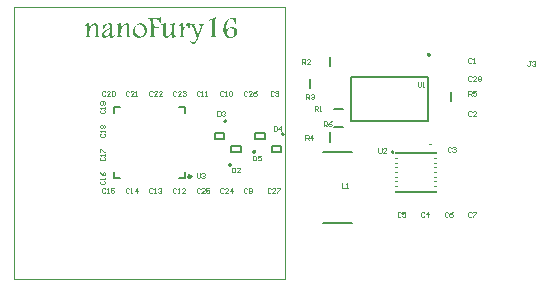
<source format=gto>
%FSLAX44Y44*%
%MOMM*%
G71*
G01*
G75*
G04 Layer_Color=65535*
%ADD10O,0.6500X0.2000*%
G04:AMPARAMS|DCode=11|XSize=2.75mm|YSize=1.9mm|CornerRadius=0.228mm|HoleSize=0mm|Usage=FLASHONLY|Rotation=90.000|XOffset=0mm|YOffset=0mm|HoleType=Round|Shape=RoundedRectangle|*
%AMROUNDEDRECTD11*
21,1,2.7500,1.4440,0,0,90.0*
21,1,2.2940,1.9000,0,0,90.0*
1,1,0.4560,0.7220,1.1470*
1,1,0.4560,0.7220,-1.1470*
1,1,0.4560,-0.7220,-1.1470*
1,1,0.4560,-0.7220,1.1470*
%
%ADD11ROUNDEDRECTD11*%
G04:AMPARAMS|DCode=12|XSize=1mm|YSize=0.95mm|CornerRadius=0.1995mm|HoleSize=0mm|Usage=FLASHONLY|Rotation=0.000|XOffset=0mm|YOffset=0mm|HoleType=Round|Shape=RoundedRectangle|*
%AMROUNDEDRECTD12*
21,1,1.0000,0.5510,0,0,0.0*
21,1,0.6010,0.9500,0,0,0.0*
1,1,0.3990,0.3005,-0.2755*
1,1,0.3990,-0.3005,-0.2755*
1,1,0.3990,-0.3005,0.2755*
1,1,0.3990,0.3005,0.2755*
%
%ADD12ROUNDEDRECTD12*%
G04:AMPARAMS|DCode=13|XSize=1.45mm|YSize=1.15mm|CornerRadius=0.2013mm|HoleSize=0mm|Usage=FLASHONLY|Rotation=270.000|XOffset=0mm|YOffset=0mm|HoleType=Round|Shape=RoundedRectangle|*
%AMROUNDEDRECTD13*
21,1,1.4500,0.7475,0,0,270.0*
21,1,1.0475,1.1500,0,0,270.0*
1,1,0.4025,-0.3738,-0.5238*
1,1,0.4025,-0.3738,0.5238*
1,1,0.4025,0.3738,0.5238*
1,1,0.4025,0.3738,-0.5238*
%
%ADD13ROUNDEDRECTD13*%
G04:AMPARAMS|DCode=14|XSize=1.45mm|YSize=1.15mm|CornerRadius=0.2013mm|HoleSize=0mm|Usage=FLASHONLY|Rotation=180.000|XOffset=0mm|YOffset=0mm|HoleType=Round|Shape=RoundedRectangle|*
%AMROUNDEDRECTD14*
21,1,1.4500,0.7475,0,0,180.0*
21,1,1.0475,1.1500,0,0,180.0*
1,1,0.4025,-0.5238,0.3738*
1,1,0.4025,0.5238,0.3738*
1,1,0.4025,0.5238,-0.3738*
1,1,0.4025,-0.5238,-0.3738*
%
%ADD14ROUNDEDRECTD14*%
G04:AMPARAMS|DCode=15|XSize=1mm|YSize=0.95mm|CornerRadius=0.1995mm|HoleSize=0mm|Usage=FLASHONLY|Rotation=90.000|XOffset=0mm|YOffset=0mm|HoleType=Round|Shape=RoundedRectangle|*
%AMROUNDEDRECTD15*
21,1,1.0000,0.5510,0,0,90.0*
21,1,0.6010,0.9500,0,0,90.0*
1,1,0.3990,0.2755,0.3005*
1,1,0.3990,0.2755,-0.3005*
1,1,0.3990,-0.2755,-0.3005*
1,1,0.3990,-0.2755,0.3005*
%
%ADD15ROUNDEDRECTD15*%
G04:AMPARAMS|DCode=16|XSize=1mm|YSize=0.9mm|CornerRadius=0.198mm|HoleSize=0mm|Usage=FLASHONLY|Rotation=90.000|XOffset=0mm|YOffset=0mm|HoleType=Round|Shape=RoundedRectangle|*
%AMROUNDEDRECTD16*
21,1,1.0000,0.5040,0,0,90.0*
21,1,0.6040,0.9000,0,0,90.0*
1,1,0.3960,0.2520,0.3020*
1,1,0.3960,0.2520,-0.3020*
1,1,0.3960,-0.2520,-0.3020*
1,1,0.3960,-0.2520,0.3020*
%
%ADD16ROUNDEDRECTD16*%
G04:AMPARAMS|DCode=17|XSize=0.65mm|YSize=0.5mm|CornerRadius=0.2mm|HoleSize=0mm|Usage=FLASHONLY|Rotation=270.000|XOffset=0mm|YOffset=0mm|HoleType=Round|Shape=RoundedRectangle|*
%AMROUNDEDRECTD17*
21,1,0.6500,0.1000,0,0,270.0*
21,1,0.2500,0.5000,0,0,270.0*
1,1,0.4000,-0.0500,-0.1250*
1,1,0.4000,-0.0500,0.1250*
1,1,0.4000,0.0500,0.1250*
1,1,0.4000,0.0500,-0.1250*
%
%ADD17ROUNDEDRECTD17*%
G04:AMPARAMS|DCode=18|XSize=1mm|YSize=0.9mm|CornerRadius=0.198mm|HoleSize=0mm|Usage=FLASHONLY|Rotation=180.000|XOffset=0mm|YOffset=0mm|HoleType=Round|Shape=RoundedRectangle|*
%AMROUNDEDRECTD18*
21,1,1.0000,0.5040,0,0,180.0*
21,1,0.6040,0.9000,0,0,180.0*
1,1,0.3960,-0.3020,0.2520*
1,1,0.3960,0.3020,0.2520*
1,1,0.3960,0.3020,-0.2520*
1,1,0.3960,-0.3020,-0.2520*
%
%ADD18ROUNDEDRECTD18*%
G04:AMPARAMS|DCode=19|XSize=3.4mm|YSize=2.35mm|CornerRadius=0.2938mm|HoleSize=0mm|Usage=FLASHONLY|Rotation=90.000|XOffset=0mm|YOffset=0mm|HoleType=Round|Shape=RoundedRectangle|*
%AMROUNDEDRECTD19*
21,1,3.4000,1.7625,0,0,90.0*
21,1,2.8125,2.3500,0,0,90.0*
1,1,0.5875,0.8812,1.4063*
1,1,0.5875,0.8812,-1.4063*
1,1,0.5875,-0.8812,-1.4063*
1,1,0.5875,-0.8812,1.4063*
%
%ADD19ROUNDEDRECTD19*%
%ADD20O,0.4500X1.5000*%
%ADD21O,0.8500X0.2500*%
%ADD22O,0.2500X0.8500*%
%ADD23R,4.7000X4.7000*%
%ADD24C,0.3000*%
%ADD25C,0.2000*%
%ADD26C,1.0000*%
%ADD27C,0.5000*%
%ADD28C,0.8000*%
%ADD29R,0.4500X1.4000*%
G04:AMPARAMS|DCode=30|XSize=1.3mm|YSize=1.3mm|CornerRadius=0mm|HoleSize=0mm|Usage=FLASHONLY|Rotation=270.000|XOffset=0mm|YOffset=0mm|HoleType=Round|Shape=Octagon|*
%AMOCTAGOND30*
4,1,8,-0.3250,-0.6500,0.3250,-0.6500,0.6500,-0.3250,0.6500,0.3250,0.3250,0.6500,-0.3250,0.6500,-0.6500,0.3250,-0.6500,-0.3250,-0.3250,-0.6500,0.0*
%
%ADD30OCTAGOND30*%

%ADD31C,1.3000*%
%ADD32C,1.0000*%
%ADD33C,1.6000*%
%ADD34C,0.6000*%
%ADD35O,3.0000X1.0000*%
%ADD36C,0.2500*%
%ADD37C,0.1000*%
%ADD38C,0.1500*%
G36*
X69443Y216202D02*
X69814Y216091D01*
X70221Y215906D01*
X70406Y215758D01*
X70592Y215573D01*
X70777Y215350D01*
X70962Y215054D01*
X71110Y214758D01*
X71184Y214388D01*
X71258Y213943D01*
X71295Y213462D01*
Y206759D01*
Y206722D01*
Y206574D01*
X71332Y206388D01*
Y206166D01*
X71480Y205685D01*
X71554Y205426D01*
X71702Y205240D01*
X71740D01*
X71777Y205166D01*
X71888Y205092D01*
X72073Y205018D01*
X72295Y204944D01*
X72554Y204870D01*
X72888Y204833D01*
X73258Y204796D01*
Y204167D01*
X68777D01*
Y204796D01*
X68851D01*
X69073Y204870D01*
X69147Y204944D01*
X69258Y205055D01*
X69295Y205203D01*
X69332Y205389D01*
Y213277D01*
Y213351D01*
Y213499D01*
X69258Y213758D01*
X69184Y214017D01*
X69036Y214277D01*
X68814Y214536D01*
X68481Y214684D01*
X68073Y214758D01*
X67888D01*
X67740Y214721D01*
X67370Y214610D01*
X66925Y214388D01*
X66666Y214240D01*
X66370Y214054D01*
X66111Y213832D01*
X65814Y213536D01*
X65555Y213203D01*
X65259Y212832D01*
X64999Y212388D01*
X64740Y211869D01*
Y211832D01*
X64703Y211758D01*
X64629Y211647D01*
X64592Y211462D01*
X64518Y211240D01*
X64407Y211018D01*
X64222Y210388D01*
X64037Y209684D01*
X63851Y208907D01*
X63740Y208092D01*
X63703Y207240D01*
Y207166D01*
Y207018D01*
X63740Y206796D01*
Y206500D01*
X63851Y205907D01*
X63963Y205611D01*
X64074Y205389D01*
X64111Y205352D01*
X64148Y205315D01*
X64296Y205203D01*
X64444Y205092D01*
X64703Y204981D01*
X64999Y204907D01*
X65370Y204833D01*
X65814Y204796D01*
Y204167D01*
X60000D01*
Y204796D01*
X60185D01*
X60370Y204833D01*
X60592Y204870D01*
X61074Y204981D01*
X61296Y205092D01*
X61481Y205240D01*
X61518Y205278D01*
X61555Y205315D01*
X61630Y205426D01*
X61704Y205611D01*
X61778Y205796D01*
X61852Y206055D01*
X61926Y206388D01*
Y206759D01*
Y213277D01*
Y213351D01*
Y213499D01*
X61889Y213684D01*
X61815Y213943D01*
X61704Y214165D01*
X61555Y214388D01*
X61370Y214536D01*
X61074Y214573D01*
X61000D01*
X60815Y214536D01*
X60667Y214499D01*
X60481Y214425D01*
X60259Y214351D01*
X60000Y214240D01*
Y214906D01*
X63296Y216239D01*
X63851D01*
Y212055D01*
X63925Y212092D01*
X64074Y212314D01*
X64333Y212647D01*
X64629Y213017D01*
X64999Y213462D01*
X65370Y213906D01*
X65740Y214314D01*
X66111Y214684D01*
X66147Y214721D01*
X66185Y214758D01*
X66370Y214943D01*
X66703Y215165D01*
X67073Y215462D01*
X67555Y215758D01*
X68036Y215980D01*
X68592Y216165D01*
X69110Y216239D01*
X69295D01*
X69443Y216202D01*
D02*
G37*
G36*
X161730Y215239D02*
X161582D01*
X161434Y215202D01*
X161286Y215128D01*
X160841Y214980D01*
X160656Y214832D01*
X160471Y214684D01*
X160434Y214647D01*
X160360Y214573D01*
X160249Y214425D01*
X160138Y214202D01*
X159953Y213906D01*
X159767Y213536D01*
X159582Y213092D01*
X159360Y212573D01*
X154953Y201241D01*
Y201204D01*
X154916Y201130D01*
X154842Y200982D01*
X154768Y200833D01*
X154472Y200389D01*
X154101Y199908D01*
X153583Y199389D01*
X153287Y199130D01*
X152916Y198908D01*
X152546Y198723D01*
X152102Y198537D01*
X151657Y198426D01*
X151139Y198352D01*
X149102Y200833D01*
X149768Y201352D01*
X149805Y201315D01*
X149954Y201167D01*
X150139Y200945D01*
X150435Y200722D01*
X150768Y200500D01*
X151139Y200278D01*
X151583Y200130D01*
X152028Y200093D01*
X152102D01*
X152250Y200130D01*
X152472Y200167D01*
X152768Y200278D01*
X153102Y200426D01*
X153435Y200685D01*
X153768Y201019D01*
X154064Y201463D01*
Y201500D01*
X154101Y201574D01*
X154175Y201685D01*
X154249Y201908D01*
X154361Y202167D01*
X154509Y202537D01*
X154694Y202981D01*
X154916Y203537D01*
X155101Y204092D01*
X151657Y212721D01*
X151620Y212758D01*
X151583Y212906D01*
X151472Y213129D01*
X151361Y213388D01*
X151102Y213943D01*
X150954Y214165D01*
X150805Y214388D01*
X150768Y214425D01*
X150694Y214499D01*
X150546Y214647D01*
X150398Y214795D01*
X150176Y214943D01*
X149917Y215091D01*
X149620Y215202D01*
X149287Y215239D01*
Y215869D01*
X153398D01*
Y215239D01*
X153324D01*
X153175Y215202D01*
X152990Y215091D01*
X152953Y215017D01*
X152916Y214906D01*
Y214869D01*
Y214832D01*
X152990Y214610D01*
X156138Y206759D01*
X157360Y210055D01*
Y210092D01*
X157397Y210166D01*
X157434Y210277D01*
X157508Y210425D01*
X157657Y210833D01*
X157805Y211351D01*
X157953Y211943D01*
X158101Y212573D01*
X158212Y213203D01*
X158249Y213758D01*
Y213832D01*
X158212Y213980D01*
X158138Y214240D01*
X158027Y214499D01*
X157805Y214758D01*
X157471Y215017D01*
X157249Y215091D01*
X157027Y215165D01*
X156731Y215239D01*
X156397D01*
Y215869D01*
X161730D01*
Y215239D01*
D02*
G37*
G36*
X148250Y216165D02*
X148583Y216128D01*
X148991Y215980D01*
Y212055D01*
X148065D01*
Y212092D01*
Y212166D01*
Y212277D01*
X148028Y212425D01*
X147991Y212795D01*
X147880Y213240D01*
X147732Y213647D01*
X147472Y214017D01*
X147324Y214165D01*
X147139Y214277D01*
X146917Y214351D01*
X146695Y214388D01*
X146621D01*
X146435Y214351D01*
X146139Y214240D01*
X145769Y214017D01*
X145547Y213869D01*
X145361Y213684D01*
X145139Y213462D01*
X144917Y213203D01*
X144695Y212869D01*
X144510Y212462D01*
X144288Y212055D01*
X144102Y211536D01*
Y211499D01*
X144065Y211425D01*
X144028Y211314D01*
X143991Y211166D01*
X143917Y210981D01*
X143880Y210758D01*
X143732Y210203D01*
X143584Y209573D01*
X143473Y208870D01*
X143399Y208129D01*
X143362Y207351D01*
Y207277D01*
Y207092D01*
X143399Y206833D01*
X143436Y206500D01*
X143510Y206129D01*
X143621Y205796D01*
X143769Y205500D01*
X143991Y205240D01*
X144028D01*
X144102Y205166D01*
X144250Y205092D01*
X144473Y205018D01*
X144769Y204944D01*
X145176Y204870D01*
X145658Y204833D01*
X146213Y204796D01*
Y204167D01*
X139584D01*
Y204796D01*
X139769D01*
X139955Y204833D01*
X140177Y204870D01*
X140658Y204981D01*
X140880Y205092D01*
X141066Y205240D01*
X141103Y205278D01*
X141140Y205315D01*
X141214Y205426D01*
X141325Y205611D01*
X141399Y205796D01*
X141473Y206055D01*
X141510Y206388D01*
X141547Y206759D01*
Y213351D01*
Y213388D01*
Y213536D01*
X141510Y213721D01*
X141436Y213906D01*
X141325Y214128D01*
X141177Y214277D01*
X140992Y214425D01*
X140695Y214462D01*
X140621D01*
X140436Y214425D01*
X140288Y214388D01*
X140103Y214351D01*
X139844Y214277D01*
X139584Y214202D01*
Y214832D01*
X142917Y216202D01*
X143510D01*
Y212055D01*
X143547Y212092D01*
X143621Y212240D01*
X143732Y212425D01*
X143917Y212721D01*
X144139Y213017D01*
X144362Y213351D01*
X144954Y214128D01*
X145658Y214906D01*
X146028Y215239D01*
X146398Y215573D01*
X146806Y215832D01*
X147176Y216017D01*
X147584Y216165D01*
X147954Y216202D01*
X148028D01*
X148250Y216165D01*
D02*
G37*
G36*
X96144Y216202D02*
X96515Y216091D01*
X96922Y215906D01*
X97107Y215758D01*
X97292Y215573D01*
X97478Y215350D01*
X97663Y215054D01*
X97811Y214758D01*
X97885Y214388D01*
X97959Y213943D01*
X97996Y213462D01*
Y206759D01*
Y206722D01*
Y206574D01*
X98033Y206388D01*
Y206166D01*
X98181Y205685D01*
X98255Y205426D01*
X98403Y205240D01*
X98441D01*
X98477Y205166D01*
X98589Y205092D01*
X98774Y205018D01*
X98996Y204944D01*
X99255Y204870D01*
X99588Y204833D01*
X99959Y204796D01*
Y204167D01*
X95478D01*
Y204796D01*
X95552D01*
X95774Y204870D01*
X95848Y204944D01*
X95959Y205055D01*
X95996Y205203D01*
X96033Y205389D01*
Y213277D01*
Y213351D01*
Y213499D01*
X95959Y213758D01*
X95885Y214017D01*
X95737Y214277D01*
X95515Y214536D01*
X95182Y214684D01*
X94774Y214758D01*
X94589D01*
X94441Y214721D01*
X94071Y214610D01*
X93626Y214388D01*
X93367Y214240D01*
X93071Y214054D01*
X92811Y213832D01*
X92515Y213536D01*
X92256Y213203D01*
X91960Y212832D01*
X91700Y212388D01*
X91441Y211869D01*
Y211832D01*
X91404Y211758D01*
X91330Y211647D01*
X91293Y211462D01*
X91219Y211240D01*
X91108Y211018D01*
X90923Y210388D01*
X90738Y209684D01*
X90552Y208907D01*
X90441Y208092D01*
X90404Y207240D01*
Y207166D01*
Y207018D01*
X90441Y206796D01*
Y206500D01*
X90552Y205907D01*
X90663Y205611D01*
X90775Y205389D01*
X90812Y205352D01*
X90849Y205315D01*
X90997Y205203D01*
X91145Y205092D01*
X91404Y204981D01*
X91700Y204907D01*
X92071Y204833D01*
X92515Y204796D01*
Y204167D01*
X86701D01*
Y204796D01*
X86886D01*
X87071Y204833D01*
X87294Y204870D01*
X87775Y204981D01*
X87997Y205092D01*
X88182Y205240D01*
X88219Y205278D01*
X88256Y205315D01*
X88330Y205426D01*
X88405Y205611D01*
X88478Y205796D01*
X88553Y206055D01*
X88627Y206388D01*
Y206759D01*
Y213277D01*
Y213351D01*
Y213499D01*
X88590Y213684D01*
X88516Y213943D01*
X88405Y214165D01*
X88256Y214388D01*
X88071Y214536D01*
X87775Y214573D01*
X87701D01*
X87516Y214536D01*
X87367Y214499D01*
X87182Y214425D01*
X86960Y214351D01*
X86701Y214240D01*
Y214906D01*
X89997Y216239D01*
X90552D01*
Y212055D01*
X90626Y212092D01*
X90775Y212314D01*
X91034Y212647D01*
X91330Y213017D01*
X91700Y213462D01*
X92071Y213906D01*
X92441Y214314D01*
X92811Y214684D01*
X92849Y214721D01*
X92886Y214758D01*
X93071Y214943D01*
X93404Y215165D01*
X93774Y215462D01*
X94256Y215758D01*
X94737Y215980D01*
X95293Y216165D01*
X95811Y216239D01*
X95996D01*
X96144Y216202D01*
D02*
G37*
G36*
X107773Y216165D02*
X107995D01*
X108217Y216128D01*
X108773Y216017D01*
X109402Y215832D01*
X110069Y215536D01*
X110698Y215165D01*
X111291Y214647D01*
X111365Y214573D01*
X111513Y214388D01*
X111735Y214054D01*
X111995Y213573D01*
X112254Y213017D01*
X112476Y212314D01*
X112624Y211536D01*
X112698Y210647D01*
Y210610D01*
Y210536D01*
Y210388D01*
X112661Y210203D01*
Y209944D01*
X112587Y209684D01*
X112476Y209018D01*
X112254Y208277D01*
X111921Y207463D01*
X111698Y207055D01*
X111476Y206648D01*
X111180Y206277D01*
X110847Y205870D01*
X110810Y205833D01*
X110772Y205796D01*
X110661Y205685D01*
X110513Y205537D01*
X110328Y205389D01*
X110106Y205203D01*
X109550Y204833D01*
X108884Y204463D01*
X108106Y204130D01*
X107217Y203870D01*
X106736Y203833D01*
X106255Y203796D01*
X106032D01*
X105847Y203833D01*
X105662D01*
X105403Y203870D01*
X104847Y203981D01*
X104218Y204167D01*
X103588Y204463D01*
X102958Y204833D01*
X102366Y205352D01*
X102292Y205426D01*
X102144Y205611D01*
X101959Y205944D01*
X101699Y206425D01*
X101440Y206981D01*
X101255Y207648D01*
X101107Y208425D01*
X101033Y209314D01*
Y209351D01*
Y209425D01*
Y209573D01*
X101070Y209758D01*
X101107Y210018D01*
X101144Y210277D01*
X101255Y210907D01*
X101477Y211647D01*
X101811Y212462D01*
X101996Y212869D01*
X102255Y213277D01*
X102514Y213684D01*
X102847Y214054D01*
X102885Y214091D01*
X102921Y214165D01*
X103033Y214240D01*
X103181Y214388D01*
X103366Y214536D01*
X103588Y214721D01*
X104107Y215128D01*
X104773Y215536D01*
X105551Y215869D01*
X105958Y216017D01*
X106403Y216128D01*
X106884Y216165D01*
X107366Y216202D01*
X107588D01*
X107773Y216165D01*
D02*
G37*
G36*
X81701D02*
X81961Y216128D01*
X82257Y216054D01*
X82553Y215980D01*
X82812Y215832D01*
X83035Y215647D01*
X83072Y215610D01*
X83109Y215536D01*
X83183Y215388D01*
X83294Y215202D01*
X83405Y214943D01*
X83479Y214647D01*
X83516Y214277D01*
X83553Y213832D01*
Y205870D01*
Y205833D01*
Y205796D01*
X83627Y205611D01*
X83775Y205389D01*
X83886Y205352D01*
X84072Y205315D01*
X84109D01*
X84183Y205352D01*
X84294Y205389D01*
X84479Y205463D01*
X84738Y205611D01*
X85071Y205833D01*
X85442Y206092D01*
X85886Y206500D01*
Y205685D01*
X85849Y205648D01*
X85812Y205611D01*
X85701Y205500D01*
X85553Y205389D01*
X85220Y205092D01*
X84738Y204759D01*
X84257Y204389D01*
X83701Y204092D01*
X83183Y203870D01*
X82924Y203833D01*
X82701Y203796D01*
X82664D01*
X82553Y203833D01*
X82368Y203870D01*
X82183Y203944D01*
X81961Y204092D01*
X81813Y204315D01*
X81664Y204611D01*
X81627Y205018D01*
Y206907D01*
X81590Y206870D01*
X81479Y206759D01*
X81331Y206611D01*
X81109Y206425D01*
X80850Y206203D01*
X80553Y205907D01*
X79887Y205352D01*
X79109Y204796D01*
X78294Y204278D01*
X77887Y204092D01*
X77517Y203944D01*
X77146Y203833D01*
X76813Y203796D01*
X76665D01*
X76480Y203833D01*
X76220Y203907D01*
X75961Y203981D01*
X75702Y204130D01*
X75406Y204315D01*
X75147Y204574D01*
X75110Y204611D01*
X75036Y204722D01*
X74961Y204870D01*
X74850Y205092D01*
X74702Y205352D01*
X74628Y205648D01*
X74554Y205981D01*
X74517Y206352D01*
Y206388D01*
Y206463D01*
X74554Y206648D01*
X74628Y206833D01*
X74739Y207092D01*
X74887Y207388D01*
X75110Y207759D01*
X75406Y208129D01*
X75776Y208573D01*
X76258Y209055D01*
X76813Y209536D01*
X77517Y210055D01*
X78331Y210610D01*
X79294Y211166D01*
X79813Y211462D01*
X80368Y211758D01*
X80998Y212055D01*
X81627Y212351D01*
Y213832D01*
Y213869D01*
Y213943D01*
X81590Y214091D01*
Y214277D01*
X81442Y214647D01*
X81331Y214832D01*
X81183Y215017D01*
X81146Y215054D01*
X81109Y215091D01*
X80998Y215165D01*
X80887Y215239D01*
X80479Y215388D01*
X80257Y215462D01*
X79924D01*
X79776Y215425D01*
X79479Y215388D01*
X79146Y215277D01*
X78776Y215091D01*
X78369Y214832D01*
X77961Y214462D01*
X77554Y213980D01*
X77517Y213943D01*
X77443Y213758D01*
X77295Y213499D01*
X77146Y213166D01*
X76961Y212758D01*
X76813Y212277D01*
X76665Y211758D01*
X76591Y211203D01*
X75739D01*
Y214240D01*
X75776Y214277D01*
X75887Y214314D01*
X76035Y214425D01*
X76220Y214536D01*
X76480Y214684D01*
X76813Y214869D01*
X77146Y215054D01*
X77517Y215239D01*
X78369Y215573D01*
X79294Y215906D01*
X80294Y216128D01*
X80776Y216165D01*
X81257Y216202D01*
X81479D01*
X81701Y216165D01*
D02*
G37*
G36*
X136696Y215684D02*
X136659D01*
X136622Y215647D01*
X136437Y215536D01*
X136325Y215425D01*
X136214Y215277D01*
X136177Y215054D01*
X136140Y214795D01*
Y206537D01*
Y206500D01*
Y206352D01*
X136177Y206166D01*
X136251Y205944D01*
X136362Y205722D01*
X136511Y205537D01*
X136696Y205389D01*
X136992Y205352D01*
X137103D01*
X137214Y205389D01*
X137362D01*
X137548Y205463D01*
X137807Y205537D01*
X138066Y205611D01*
X138362Y205759D01*
Y205129D01*
X134807Y203722D01*
X134214D01*
Y207944D01*
X134141Y207907D01*
X133992Y207685D01*
X133733Y207351D01*
X133400Y206944D01*
X133029Y206500D01*
X132659Y206055D01*
X132289Y205611D01*
X131918Y205278D01*
X131844Y205203D01*
X131659Y205055D01*
X131363Y204796D01*
X130956Y204537D01*
X130474Y204278D01*
X129956Y204018D01*
X129400Y203870D01*
X128845Y203796D01*
X128771D01*
X128511Y203833D01*
X128178Y203944D01*
X127808Y204167D01*
X127623Y204315D01*
X127437Y204537D01*
X127252Y204759D01*
X127104Y205055D01*
X126956Y205389D01*
X126845Y205796D01*
X126808Y206240D01*
X126771Y206759D01*
Y213758D01*
Y213795D01*
Y213943D01*
X126697Y214128D01*
X126623Y214314D01*
X126475Y214536D01*
X126289Y214684D01*
X125993Y214832D01*
X125586Y214869D01*
X125401D01*
X125178Y214832D01*
X124882Y214795D01*
Y215388D01*
X129252Y216165D01*
Y215684D01*
X129215D01*
X129178Y215647D01*
X128993Y215499D01*
X128882Y215388D01*
X128771Y215239D01*
X128734Y215054D01*
X128697Y214795D01*
Y206907D01*
Y206833D01*
X128734Y206648D01*
X128771Y206388D01*
X128845Y206092D01*
X128993Y205759D01*
X129215Y205500D01*
X129548Y205315D01*
X129733Y205278D01*
X129956Y205240D01*
X130030D01*
X130141Y205278D01*
X130289D01*
X130622Y205389D01*
X131104Y205611D01*
X131326Y205759D01*
X131622Y205944D01*
X131881Y206166D01*
X132178Y206463D01*
X132437Y206759D01*
X132733Y207166D01*
X132992Y207574D01*
X133252Y208092D01*
Y208129D01*
X133289Y208203D01*
X133363Y208314D01*
X133437Y208499D01*
X133511Y208685D01*
X133622Y208944D01*
X133807Y209536D01*
X134029Y210240D01*
X134178Y210981D01*
X134326Y211795D01*
X134363Y212610D01*
Y212647D01*
Y212721D01*
Y212832D01*
X134326Y212980D01*
X134289Y213314D01*
X134178Y213758D01*
X134029Y214165D01*
X133770Y214536D01*
X133622Y214647D01*
X133437Y214758D01*
X133215Y214832D01*
X132955Y214869D01*
X132770D01*
X132548Y214832D01*
X132252Y214795D01*
Y215388D01*
X136696Y216165D01*
Y215684D01*
D02*
G37*
G36*
X171470Y220572D02*
X171433D01*
X171322Y220498D01*
X171137Y220424D01*
X170951Y220276D01*
X170729Y220091D01*
X170581Y219832D01*
X170433Y219498D01*
X170396Y219091D01*
Y206611D01*
Y206574D01*
Y206537D01*
X170433Y206314D01*
X170470Y206055D01*
X170618Y205722D01*
X170803Y205389D01*
X171100Y205092D01*
X171544Y204870D01*
X171803Y204833D01*
X172099Y204796D01*
X172766D01*
Y204167D01*
X165989D01*
Y204796D01*
X166656D01*
X166841Y204833D01*
X167137Y204870D01*
X167470Y204981D01*
X167767Y205203D01*
X168063Y205463D01*
X168248Y205870D01*
X168322Y206092D01*
Y206388D01*
Y217758D01*
Y217795D01*
Y217943D01*
X168285Y218128D01*
X168211Y218313D01*
X168063Y218535D01*
X167915Y218683D01*
X167656Y218832D01*
X167322Y218869D01*
X167211D01*
X167100Y218832D01*
X166878Y218795D01*
X166619Y218720D01*
X166248Y218609D01*
X165767Y218461D01*
X165211Y218276D01*
Y218906D01*
X171470Y221091D01*
Y220572D01*
D02*
G37*
G36*
X228898Y123648D02*
X229374Y122500D01*
X228898Y121352D01*
X227750Y120876D01*
X226602Y121352D01*
X226126Y122500D01*
X226602Y123648D01*
X227750Y124124D01*
X228898Y123648D01*
D02*
G37*
G36*
X204898Y108648D02*
X205374Y107500D01*
X204898Y106352D01*
X203750Y105876D01*
X202602Y106352D01*
X202126Y107500D01*
X202602Y108648D01*
X203750Y109124D01*
X204898Y108648D01*
D02*
G37*
G36*
X352648Y190648D02*
X353124Y189500D01*
X352648Y188352D01*
X351500Y187876D01*
X350352Y188352D01*
X349876Y189500D01*
X350352Y190648D01*
X351500Y191124D01*
X352648Y190648D01*
D02*
G37*
G36*
X180398Y134648D02*
X180874Y133500D01*
X180398Y132352D01*
X179250Y131876D01*
X178102Y132352D01*
X177626Y133500D01*
X178102Y134648D01*
X179250Y135124D01*
X180398Y134648D01*
D02*
G37*
G36*
X124660Y216202D02*
X123734D01*
Y216239D01*
Y216276D01*
Y216388D01*
Y216536D01*
X123660Y216869D01*
X123586Y217313D01*
X123438Y217795D01*
X123216Y218276D01*
X122919Y218720D01*
X122512Y219091D01*
X122475Y219128D01*
X122327Y219202D01*
X122068Y219350D01*
X121734Y219498D01*
X121290Y219609D01*
X120735Y219757D01*
X120068Y219832D01*
X119327Y219869D01*
X118364D01*
Y219795D01*
Y219646D01*
X118327Y219350D01*
Y219017D01*
X118290Y218647D01*
Y218202D01*
X118253Y217350D01*
Y217313D01*
Y217239D01*
Y217128D01*
Y216980D01*
X118290Y216573D01*
X118327Y216091D01*
X118438Y215536D01*
X118549Y214980D01*
X118735Y214462D01*
X118957Y214017D01*
X118994Y213980D01*
X119142Y213832D01*
X119327Y213647D01*
X119661Y213425D01*
X120068Y213203D01*
X120586Y213017D01*
X121253Y212869D01*
X121994Y212832D01*
X123068D01*
Y211943D01*
X118401Y211832D01*
Y206796D01*
Y206759D01*
Y206722D01*
X118438Y206500D01*
X118512Y206166D01*
X118661Y205796D01*
X118883Y205463D01*
X119216Y205129D01*
X119438Y204981D01*
X119698Y204907D01*
X119994Y204833D01*
X120327Y204796D01*
Y204167D01*
X114106D01*
Y204796D01*
X114291D01*
X114476Y204833D01*
X114698D01*
X115217Y204981D01*
X115439Y205055D01*
X115624Y205203D01*
X115661Y205240D01*
X115698Y205278D01*
X115772Y205389D01*
X115846Y205574D01*
X115920Y205796D01*
X115957Y206055D01*
X116031Y206388D01*
Y206796D01*
Y217832D01*
Y217869D01*
Y218017D01*
X115994Y218202D01*
Y218461D01*
X115846Y218980D01*
X115772Y219202D01*
X115624Y219387D01*
Y219424D01*
X115550Y219461D01*
X115439Y219535D01*
X115291Y219609D01*
X115068Y219683D01*
X114809Y219795D01*
X114476Y219832D01*
X114106Y219869D01*
Y220498D01*
X123771D01*
X123882Y220572D01*
X123956Y220646D01*
X123993Y220720D01*
X124030Y220868D01*
X124067Y221054D01*
X124660D01*
Y216202D01*
D02*
G37*
G36*
X184398Y97648D02*
X184874Y96500D01*
X184398Y95352D01*
X183250Y94876D01*
X182102Y95352D01*
X181626Y96500D01*
X182102Y97648D01*
X183250Y98124D01*
X184398Y97648D01*
D02*
G37*
G36*
X185728Y220831D02*
X186098Y220794D01*
X186542Y220720D01*
X187061Y220609D01*
X187616Y220461D01*
X188209Y220239D01*
Y215832D01*
X187246D01*
Y215869D01*
Y215906D01*
Y216091D01*
X187209Y216425D01*
X187172Y216795D01*
X187061Y217239D01*
X186950Y217721D01*
X186802Y218202D01*
X186616Y218647D01*
X186579Y218720D01*
X186468Y218869D01*
X186283Y219128D01*
X186061Y219424D01*
X185728Y219683D01*
X185320Y219943D01*
X184876Y220091D01*
X184357Y220165D01*
X184283D01*
X184098Y220128D01*
X183839Y220091D01*
X183469Y219980D01*
X183061Y219795D01*
X182617Y219535D01*
X182173Y219165D01*
X181728Y218647D01*
X181691Y218609D01*
X181580Y218424D01*
X181432Y218202D01*
X181210Y217869D01*
X180987Y217461D01*
X180765Y216980D01*
X180543Y216425D01*
X180358Y215832D01*
Y215795D01*
X180321Y215758D01*
Y215647D01*
X180284Y215499D01*
X180210Y215128D01*
X180099Y214647D01*
X179988Y214091D01*
X179914Y213499D01*
X179876Y212869D01*
X179839Y212240D01*
Y212203D01*
Y212129D01*
Y212017D01*
Y211832D01*
X179876Y211610D01*
Y211314D01*
X179914Y210981D01*
X179951Y210610D01*
X179988Y210647D01*
X180062Y210721D01*
X180173Y210833D01*
X180321Y211018D01*
X180506Y211203D01*
X180765Y211425D01*
X181358Y211869D01*
X182061Y212351D01*
X182876Y212721D01*
X183284Y212906D01*
X183765Y213017D01*
X184246Y213092D01*
X184728Y213129D01*
X185061D01*
X185431Y213092D01*
X185876Y213017D01*
X186394Y212869D01*
X186950Y212721D01*
X187468Y212462D01*
X187950Y212129D01*
X188024Y212092D01*
X188172Y211943D01*
X188394Y211684D01*
X188653Y211351D01*
X188876Y210907D01*
X189098Y210388D01*
X189246Y209795D01*
X189320Y209092D01*
Y209055D01*
Y208981D01*
Y208870D01*
X189283Y208722D01*
X189209Y208314D01*
X189098Y207796D01*
X188839Y207203D01*
X188505Y206537D01*
X188283Y206240D01*
X188024Y205907D01*
X187728Y205574D01*
X187394Y205278D01*
X187357D01*
X187320Y205203D01*
X187209Y205129D01*
X187098Y205055D01*
X186728Y204796D01*
X186209Y204537D01*
X185617Y204278D01*
X184913Y204018D01*
X184172Y203870D01*
X183321Y203796D01*
X183061D01*
X182839Y203833D01*
X182617Y203870D01*
X182358Y203907D01*
X181728Y204092D01*
X181024Y204352D01*
X180654Y204537D01*
X180284Y204759D01*
X179914Y205018D01*
X179543Y205352D01*
X179210Y205685D01*
X178914Y206092D01*
Y206129D01*
X178839Y206203D01*
X178803Y206314D01*
X178691Y206463D01*
X178617Y206648D01*
X178506Y206870D01*
X178358Y207166D01*
X178247Y207463D01*
X177988Y208166D01*
X177803Y209018D01*
X177654Y209981D01*
X177580Y211055D01*
Y211092D01*
Y211203D01*
Y211425D01*
X177617Y211684D01*
X177654Y211980D01*
X177691Y212351D01*
X177729Y212795D01*
X177840Y213240D01*
X178062Y214277D01*
X178395Y215350D01*
X178617Y215943D01*
X178877Y216499D01*
X179173Y217054D01*
X179506Y217610D01*
X179543Y217647D01*
X179617Y217758D01*
X179728Y217906D01*
X179914Y218128D01*
X180136Y218350D01*
X180395Y218647D01*
X180691Y218943D01*
X181024Y219239D01*
X181432Y219535D01*
X181839Y219832D01*
X182321Y220128D01*
X182802Y220350D01*
X183358Y220572D01*
X183913Y220720D01*
X184543Y220831D01*
X185172Y220868D01*
X185431D01*
X185728Y220831D01*
D02*
G37*
G36*
X321898Y108398D02*
X322374Y107250D01*
X321898Y106102D01*
X320750Y105626D01*
X319602Y106102D01*
X319127Y107250D01*
X319602Y108398D01*
X320750Y108873D01*
X321898Y108398D01*
D02*
G37*
%LPC*%
G36*
X81776Y211314D02*
X81701D01*
X81479Y211240D01*
X81109Y211129D01*
X80665Y210981D01*
X80146Y210795D01*
X79591Y210573D01*
X78998Y210314D01*
X78405Y209981D01*
X78369D01*
X78331Y209944D01*
X78109Y209758D01*
X77776Y209499D01*
X77443Y209166D01*
X77072Y208759D01*
X76739Y208277D01*
X76517Y207759D01*
X76480Y207500D01*
X76443Y207203D01*
Y207166D01*
Y207092D01*
X76480Y206944D01*
X76517Y206759D01*
X76665Y206352D01*
X76776Y206129D01*
X76924Y205944D01*
X76961D01*
X76998Y205870D01*
X77109Y205796D01*
X77257Y205722D01*
X77443Y205648D01*
X77665Y205574D01*
X77924Y205537D01*
X78220Y205500D01*
X78294D01*
X78517Y205537D01*
X78850Y205611D01*
X79257Y205759D01*
X79739Y206018D01*
X79961Y206203D01*
X80183Y206388D01*
X80405Y206648D01*
X80627Y206907D01*
X80850Y207240D01*
X81035Y207611D01*
Y207648D01*
X81072Y207685D01*
X81146Y207907D01*
X81257Y208240D01*
X81405Y208685D01*
X81516Y209203D01*
X81627Y209833D01*
X81739Y210536D01*
X81776Y211314D01*
D02*
G37*
G36*
X106292Y215202D02*
X106217D01*
X105995Y215165D01*
X105699Y215128D01*
X105292Y215054D01*
X104884Y214869D01*
X104403Y214647D01*
X103995Y214314D01*
X103588Y213869D01*
X103551Y213832D01*
X103477Y213647D01*
X103329Y213388D01*
X103181Y213055D01*
X103033Y212610D01*
X102885Y212092D01*
X102810Y211499D01*
X102773Y210833D01*
Y210795D01*
Y210721D01*
Y210610D01*
X102810Y210462D01*
X102847Y210055D01*
X102921Y209536D01*
X103107Y208944D01*
X103329Y208277D01*
X103625Y207574D01*
X104069Y206907D01*
Y206870D01*
X104144Y206833D01*
X104329Y206611D01*
X104625Y206277D01*
X105032Y205944D01*
X105551Y205574D01*
X106143Y205240D01*
X106810Y205018D01*
X107180Y204981D01*
X107551Y204944D01*
X107625D01*
X107810Y204981D01*
X108106Y205018D01*
X108476Y205129D01*
X108884Y205278D01*
X109328Y205537D01*
X109736Y205870D01*
X110106Y206314D01*
X110143Y206388D01*
X110254Y206537D01*
X110365Y206796D01*
X110550Y207129D01*
X110698Y207574D01*
X110810Y208055D01*
X110921Y208610D01*
X110958Y209203D01*
Y209277D01*
Y209462D01*
X110921Y209758D01*
X110884Y210166D01*
X110772Y210610D01*
X110661Y211129D01*
X110476Y211647D01*
X110254Y212166D01*
X110217Y212240D01*
X110143Y212425D01*
X109995Y212684D01*
X109773Y213017D01*
X109513Y213388D01*
X109180Y213795D01*
X108810Y214165D01*
X108365Y214499D01*
X108328Y214536D01*
X108180Y214610D01*
X107995Y214721D01*
X107736Y214869D01*
X107402Y214980D01*
X107069Y215091D01*
X106662Y215165D01*
X106292Y215202D01*
D02*
G37*
G36*
X183839Y212129D02*
X183580D01*
X183321Y212055D01*
X182987Y211980D01*
X182580Y211832D01*
X182173Y211647D01*
X181802Y211351D01*
X181432Y210944D01*
X181395Y210907D01*
X181321Y210758D01*
X181173Y210536D01*
X181061Y210240D01*
X180913Y209833D01*
X180765Y209388D01*
X180691Y208870D01*
X180654Y208314D01*
Y208240D01*
Y208055D01*
X180691Y207796D01*
X180765Y207425D01*
X180839Y207018D01*
X180987Y206574D01*
X181173Y206129D01*
X181432Y205722D01*
X181469Y205685D01*
X181580Y205537D01*
X181765Y205352D01*
X182024Y205129D01*
X182358Y204870D01*
X182765Y204685D01*
X183209Y204537D01*
X183728Y204500D01*
X183802D01*
X183987Y204537D01*
X184246Y204574D01*
X184580Y204648D01*
X184950Y204796D01*
X185357Y205018D01*
X185728Y205315D01*
X186098Y205722D01*
X186135Y205759D01*
X186209Y205907D01*
X186357Y206129D01*
X186505Y206463D01*
X186616Y206833D01*
X186765Y207277D01*
X186839Y207796D01*
X186876Y208351D01*
Y208425D01*
Y208610D01*
X186839Y208870D01*
X186802Y209240D01*
X186691Y209647D01*
X186579Y210055D01*
X186394Y210499D01*
X186135Y210907D01*
X186098Y210944D01*
X185987Y211092D01*
X185802Y211277D01*
X185543Y211536D01*
X185209Y211758D01*
X184802Y211943D01*
X184357Y212092D01*
X183839Y212129D01*
D02*
G37*
%LPD*%
D25*
X261750Y47000D02*
X286750D01*
X261750Y107000D02*
X286750D01*
X285500Y133250D02*
Y170750D01*
Y133250D02*
X350500D01*
Y170750D01*
X285500D02*
X350500D01*
X145000Y85000D02*
Y90000D01*
X140000Y85000D02*
X145000D01*
X85000D02*
Y90000D01*
Y85000D02*
X90000D01*
X145000Y140000D02*
Y145000D01*
X140000D02*
X145000D01*
X85000Y140000D02*
Y145000D01*
X90000D01*
D36*
X150250Y86500D02*
G03*
X150250Y86500I-1250J0D01*
G01*
D37*
X356250Y86250D02*
X357250D01*
X356250Y82250D02*
X357250D01*
X356250Y78250D02*
X357250D01*
X323250D02*
X324250D01*
X323250Y82250D02*
X324250D01*
X323250Y86250D02*
X324250D01*
X323250Y90250D02*
X324500D01*
X356000D02*
X357250D01*
X356000Y94250D02*
X357250D01*
X356000Y98250D02*
X357250D01*
X356000Y102250D02*
X357250D01*
X323250Y94250D02*
X324500D01*
X323250Y98250D02*
X324500D01*
X323250Y102250D02*
X324500D01*
X352000Y114250D02*
X353250D01*
X323251Y107250D02*
X357250D01*
X323251Y106250D02*
Y107250D01*
X357250Y106250D02*
Y107250D01*
X323251Y106250D02*
X357250D01*
X323250Y74250D02*
X357250D01*
X323250Y73250D02*
Y74250D01*
X357250Y73250D02*
Y74250D01*
X323250Y73250D02*
X357250D01*
X-0Y-0D02*
Y230000D01*
Y-0D02*
Y230000D01*
X-0Y230000D02*
X-0Y230000D01*
X-0Y230000D02*
X230000D01*
X225000D02*
X225000Y230000D01*
X230000Y0D02*
Y230000D01*
X0Y0D02*
X230000D01*
X-0Y-0D02*
X0Y0D01*
X387666Y140832D02*
X386999Y141499D01*
X385666D01*
X385000Y140832D01*
Y138166D01*
X385666Y137500D01*
X386999D01*
X387666Y138166D01*
X391665Y137500D02*
X388999D01*
X391665Y140166D01*
Y140832D01*
X390998Y141499D01*
X389665D01*
X388999Y140832D01*
X342223Y166349D02*
Y163017D01*
X342889Y162351D01*
X344222D01*
X344889Y163017D01*
Y166349D01*
X346222Y162351D02*
X347554D01*
X346888D01*
Y166349D01*
X346222Y165683D01*
X387666Y185832D02*
X386999Y186499D01*
X385666D01*
X385000Y185832D01*
Y183166D01*
X385666Y182500D01*
X386999D01*
X387666Y183166D01*
X388999Y182500D02*
X390332D01*
X389665D01*
Y186499D01*
X388999Y185832D01*
X437666Y183999D02*
X436333D01*
X436999D01*
Y180666D01*
X436333Y180000D01*
X435667D01*
X435000Y180666D01*
X438999Y183332D02*
X439665Y183999D01*
X440998D01*
X441665Y183332D01*
Y182666D01*
X440998Y181999D01*
X440332D01*
X440998D01*
X441665Y181333D01*
Y180666D01*
X440998Y180000D01*
X439665D01*
X438999Y180666D01*
X308852Y110351D02*
Y107018D01*
X309518Y106352D01*
X310851D01*
X311518Y107018D01*
Y110351D01*
X315516Y106352D02*
X312851D01*
X315516Y109018D01*
Y109684D01*
X314850Y110351D01*
X313517D01*
X312851Y109684D01*
X155000Y88999D02*
Y85667D01*
X155666Y85000D01*
X156999D01*
X157666Y85667D01*
Y88999D01*
X158999Y88332D02*
X159665Y88999D01*
X160998D01*
X161665Y88332D01*
Y87666D01*
X160998Y86999D01*
X160332D01*
X160998D01*
X161665Y86333D01*
Y85667D01*
X160998Y85000D01*
X159665D01*
X158999Y85667D01*
X370166Y110832D02*
X369499Y111499D01*
X368166D01*
X367500Y110832D01*
Y108166D01*
X368166Y107500D01*
X369499D01*
X370166Y108166D01*
X371499Y110832D02*
X372165Y111499D01*
X373498D01*
X374165Y110832D01*
Y110166D01*
X373498Y109499D01*
X372832D01*
X373498D01*
X374165Y108833D01*
Y108166D01*
X373498Y107500D01*
X372165D01*
X371499Y108166D01*
X277750Y80999D02*
Y77000D01*
X280416D01*
X281749D02*
X283082D01*
X282416D01*
Y80999D01*
X281749Y80332D01*
X347666Y55832D02*
X346999Y56499D01*
X345666D01*
X345000Y55832D01*
Y53166D01*
X345666Y52500D01*
X346999D01*
X347666Y53166D01*
X350998Y52500D02*
Y56499D01*
X348999Y54499D01*
X351665D01*
X327666Y55832D02*
X326999Y56499D01*
X325667D01*
X325000Y55832D01*
Y53166D01*
X325667Y52500D01*
X326999D01*
X327666Y53166D01*
X331665Y56499D02*
X328999D01*
Y54499D01*
X330332Y55166D01*
X330998D01*
X331665Y54499D01*
Y53166D01*
X330998Y52500D01*
X329665D01*
X328999Y53166D01*
X367666Y55832D02*
X366999Y56499D01*
X365667D01*
X365000Y55832D01*
Y53166D01*
X365667Y52500D01*
X366999D01*
X367666Y53166D01*
X371665Y56499D02*
X370332Y55832D01*
X368999Y54499D01*
Y53166D01*
X369665Y52500D01*
X370998D01*
X371665Y53166D01*
Y53833D01*
X370998Y54499D01*
X368999D01*
X387666Y55832D02*
X386999Y56499D01*
X385666D01*
X385000Y55832D01*
Y53166D01*
X385666Y52500D01*
X386999D01*
X387666Y53166D01*
X388999Y56499D02*
X391665D01*
Y55832D01*
X388999Y53166D01*
Y52500D01*
X197666Y75832D02*
X196999Y76499D01*
X195666D01*
X195000Y75832D01*
Y73166D01*
X195666Y72500D01*
X196999D01*
X197666Y73166D01*
X198999Y75832D02*
X199665Y76499D01*
X200998D01*
X201665Y75832D01*
Y75166D01*
X200998Y74499D01*
X201665Y73833D01*
Y73166D01*
X200998Y72500D01*
X199665D01*
X198999Y73166D01*
Y73833D01*
X199665Y74499D01*
X198999Y75166D01*
Y75832D01*
X199665Y74499D02*
X200998D01*
X220166Y158332D02*
X219499Y158999D01*
X218166D01*
X217500Y158332D01*
Y155666D01*
X218166Y155000D01*
X219499D01*
X220166Y155666D01*
X221499D02*
X222165Y155000D01*
X223498D01*
X224165Y155666D01*
Y158332D01*
X223498Y158999D01*
X222165D01*
X221499Y158332D01*
Y157666D01*
X222165Y156999D01*
X224165D01*
X177666Y158332D02*
X176999Y158999D01*
X175667D01*
X175000Y158332D01*
Y155666D01*
X175667Y155000D01*
X176999D01*
X177666Y155666D01*
X178999Y155000D02*
X180332D01*
X179665D01*
Y158999D01*
X178999Y158332D01*
X182331D02*
X182997Y158999D01*
X184330D01*
X184997Y158332D01*
Y155666D01*
X184330Y155000D01*
X182997D01*
X182331Y155666D01*
Y158332D01*
X157666D02*
X156999Y158999D01*
X155666D01*
X155000Y158332D01*
Y155666D01*
X155666Y155000D01*
X156999D01*
X157666Y155666D01*
X158999Y155000D02*
X160332D01*
X159665D01*
Y158999D01*
X158999Y158332D01*
X162331Y155000D02*
X163664D01*
X162997D01*
Y158999D01*
X162331Y158332D01*
X137666Y75832D02*
X136999Y76499D01*
X135667D01*
X135000Y75832D01*
Y73166D01*
X135667Y72500D01*
X136999D01*
X137666Y73166D01*
X138999Y72500D02*
X140332D01*
X139665D01*
Y76499D01*
X138999Y75832D01*
X144997Y72500D02*
X142331D01*
X144997Y75166D01*
Y75832D01*
X144330Y76499D01*
X142997D01*
X142331Y75832D01*
X117666D02*
X116999Y76499D01*
X115666D01*
X115000Y75832D01*
Y73166D01*
X115666Y72500D01*
X116999D01*
X117666Y73166D01*
X118999Y72500D02*
X120332D01*
X119665D01*
Y76499D01*
X118999Y75832D01*
X122331D02*
X122997Y76499D01*
X124330D01*
X124997Y75832D01*
Y75166D01*
X124330Y74499D01*
X123664D01*
X124330D01*
X124997Y73833D01*
Y73166D01*
X124330Y72500D01*
X122997D01*
X122331Y73166D01*
X97666Y75832D02*
X96999Y76499D01*
X95666D01*
X95000Y75832D01*
Y73166D01*
X95666Y72500D01*
X96999D01*
X97666Y73166D01*
X98999Y72500D02*
X100332D01*
X99665D01*
Y76499D01*
X98999Y75832D01*
X104330Y72500D02*
Y76499D01*
X102331Y74499D01*
X104997D01*
X77666Y75832D02*
X76999Y76499D01*
X75666D01*
X75000Y75832D01*
Y73166D01*
X75666Y72500D01*
X76999D01*
X77666Y73166D01*
X78999Y72500D02*
X80332D01*
X79665D01*
Y76499D01*
X78999Y75832D01*
X84997Y76499D02*
X82331D01*
Y74499D01*
X83664Y75166D01*
X84330D01*
X84997Y74499D01*
Y73166D01*
X84330Y72500D01*
X82997D01*
X82331Y73166D01*
X74168Y82666D02*
X73501Y81999D01*
Y80666D01*
X74168Y80000D01*
X76834D01*
X77500Y80666D01*
Y81999D01*
X76834Y82666D01*
X77500Y83999D02*
Y85332D01*
Y84665D01*
X73501D01*
X74168Y83999D01*
X73501Y89997D02*
X74168Y88664D01*
X75501Y87331D01*
X76834D01*
X77500Y87997D01*
Y89330D01*
X76834Y89997D01*
X76167D01*
X75501Y89330D01*
Y87331D01*
X74168Y102666D02*
X73501Y101999D01*
Y100666D01*
X74168Y100000D01*
X76834D01*
X77500Y100666D01*
Y101999D01*
X76834Y102666D01*
X77500Y103999D02*
Y105332D01*
Y104665D01*
X73501D01*
X74168Y103999D01*
X73501Y107331D02*
Y109997D01*
X74168D01*
X76834Y107331D01*
X77500D01*
X74168Y122666D02*
X73501Y121999D01*
Y120666D01*
X74168Y120000D01*
X76834D01*
X77500Y120666D01*
Y121999D01*
X76834Y122666D01*
X77500Y123999D02*
Y125332D01*
Y124665D01*
X73501D01*
X74168Y123999D01*
Y127331D02*
X73501Y127997D01*
Y129330D01*
X74168Y129997D01*
X74834D01*
X75501Y129330D01*
X76167Y129997D01*
X76834D01*
X77500Y129330D01*
Y127997D01*
X76834Y127331D01*
X76167D01*
X75501Y127997D01*
X74834Y127331D01*
X74168D01*
X75501Y127997D02*
Y129330D01*
X74168Y142666D02*
X73501Y141999D01*
Y140666D01*
X74168Y140000D01*
X76834D01*
X77500Y140666D01*
Y141999D01*
X76834Y142666D01*
X77500Y143999D02*
Y145332D01*
Y144665D01*
X73501D01*
X74168Y143999D01*
X76834Y147331D02*
X77500Y147997D01*
Y149330D01*
X76834Y149997D01*
X74168D01*
X73501Y149330D01*
Y147997D01*
X74168Y147331D01*
X74834D01*
X75501Y147997D01*
Y149997D01*
X77666Y158332D02*
X76999Y158999D01*
X75666D01*
X75000Y158332D01*
Y155666D01*
X75666Y155000D01*
X76999D01*
X77666Y155666D01*
X81664Y155000D02*
X78999D01*
X81664Y157666D01*
Y158332D01*
X80998Y158999D01*
X79665D01*
X78999Y158332D01*
X82997D02*
X83664Y158999D01*
X84997D01*
X85663Y158332D01*
Y155666D01*
X84997Y155000D01*
X83664D01*
X82997Y155666D01*
Y158332D01*
X97666D02*
X96999Y158999D01*
X95666D01*
X95000Y158332D01*
Y155666D01*
X95666Y155000D01*
X96999D01*
X97666Y155666D01*
X101664Y155000D02*
X98999D01*
X101664Y157666D01*
Y158332D01*
X100998Y158999D01*
X99665D01*
X98999Y158332D01*
X102997Y155000D02*
X104330D01*
X103664D01*
Y158999D01*
X102997Y158332D01*
X117666D02*
X116999Y158999D01*
X115666D01*
X115000Y158332D01*
Y155666D01*
X115666Y155000D01*
X116999D01*
X117666Y155666D01*
X121664Y155000D02*
X118999D01*
X121664Y157666D01*
Y158332D01*
X120998Y158999D01*
X119665D01*
X118999Y158332D01*
X125663Y155000D02*
X122997D01*
X125663Y157666D01*
Y158332D01*
X124997Y158999D01*
X123664D01*
X122997Y158332D01*
X137666D02*
X136999Y158999D01*
X135667D01*
X135000Y158332D01*
Y155666D01*
X135667Y155000D01*
X136999D01*
X137666Y155666D01*
X141664Y155000D02*
X138999D01*
X141664Y157666D01*
Y158332D01*
X140998Y158999D01*
X139665D01*
X138999Y158332D01*
X142997D02*
X143664Y158999D01*
X144997D01*
X145663Y158332D01*
Y157666D01*
X144997Y156999D01*
X144330D01*
X144997D01*
X145663Y156333D01*
Y155666D01*
X144997Y155000D01*
X143664D01*
X142997Y155666D01*
X177666Y75832D02*
X176999Y76499D01*
X175667D01*
X175000Y75832D01*
Y73166D01*
X175667Y72500D01*
X176999D01*
X177666Y73166D01*
X181665Y72500D02*
X178999D01*
X181665Y75166D01*
Y75832D01*
X180998Y76499D01*
X179665D01*
X178999Y75832D01*
X184997Y72500D02*
Y76499D01*
X182997Y74499D01*
X185663D01*
X157666Y75832D02*
X156999Y76499D01*
X155666D01*
X155000Y75832D01*
Y73166D01*
X155666Y72500D01*
X156999D01*
X157666Y73166D01*
X161665Y72500D02*
X158999D01*
X161665Y75166D01*
Y75832D01*
X160998Y76499D01*
X159665D01*
X158999Y75832D01*
X165663Y76499D02*
X162997D01*
Y74499D01*
X164330Y75166D01*
X164997D01*
X165663Y74499D01*
Y73166D01*
X164997Y72500D01*
X163664D01*
X162997Y73166D01*
X197666Y158332D02*
X196999Y158999D01*
X195666D01*
X195000Y158332D01*
Y155666D01*
X195666Y155000D01*
X196999D01*
X197666Y155666D01*
X201665Y155000D02*
X198999D01*
X201665Y157666D01*
Y158332D01*
X200998Y158999D01*
X199665D01*
X198999Y158332D01*
X205663Y158999D02*
X204330Y158332D01*
X202997Y156999D01*
Y155666D01*
X203664Y155000D01*
X204997D01*
X205663Y155666D01*
Y156333D01*
X204997Y156999D01*
X202997D01*
X387666Y170582D02*
X386999Y171249D01*
X385666D01*
X385000Y170582D01*
Y167917D01*
X385666Y167250D01*
X386999D01*
X387666Y167917D01*
X391665Y167250D02*
X388999D01*
X391665Y169916D01*
Y170582D01*
X390998Y171249D01*
X389665D01*
X388999Y170582D01*
X392997D02*
X393664Y171249D01*
X394997D01*
X395663Y170582D01*
Y169916D01*
X394997Y169249D01*
X395663Y168583D01*
Y167917D01*
X394997Y167250D01*
X393664D01*
X392997Y167917D01*
Y168583D01*
X393664Y169249D01*
X392997Y169916D01*
Y170582D01*
X393664Y169249D02*
X394997D01*
X172500Y141499D02*
Y137500D01*
X174499D01*
X175166Y138166D01*
Y140832D01*
X174499Y141499D01*
X172500D01*
X176499Y140832D02*
X177165Y141499D01*
X178498D01*
X179165Y140832D01*
Y140166D01*
X178498Y139499D01*
X177832D01*
X178498D01*
X179165Y138833D01*
Y138166D01*
X178498Y137500D01*
X177165D01*
X176499Y138166D01*
X202500Y103999D02*
Y100000D01*
X204499D01*
X205166Y100666D01*
Y103332D01*
X204499Y103999D01*
X202500D01*
X209165D02*
X206499D01*
Y101999D01*
X207832Y102666D01*
X208498D01*
X209165Y101999D01*
Y100666D01*
X208498Y100000D01*
X207165D01*
X206499Y100666D01*
X220000Y128999D02*
Y125000D01*
X221999D01*
X222666Y125666D01*
Y128332D01*
X221999Y128999D01*
X220000D01*
X225998Y125000D02*
Y128999D01*
X223999Y126999D01*
X226665D01*
X185000Y93999D02*
Y90000D01*
X186999D01*
X187666Y90666D01*
Y93332D01*
X186999Y93999D01*
X185000D01*
X191665Y90000D02*
X188999D01*
X191665Y92666D01*
Y93332D01*
X190998Y93999D01*
X189665D01*
X188999Y93332D01*
X244250Y181713D02*
Y185712D01*
X246250D01*
X246916Y185045D01*
Y183713D01*
X246250Y183046D01*
X244250D01*
X245583D02*
X246916Y181713D01*
X250915D02*
X248249D01*
X250915Y184379D01*
Y185045D01*
X250249Y185712D01*
X248916D01*
X248249Y185045D01*
X255000Y142250D02*
Y146249D01*
X256999D01*
X257666Y145582D01*
Y144249D01*
X256999Y143583D01*
X255000D01*
X256333D02*
X257666Y142250D01*
X258999D02*
X260332D01*
X259665D01*
Y146249D01*
X258999Y145582D01*
X385000Y155000D02*
Y158999D01*
X386999D01*
X387666Y158332D01*
Y156999D01*
X386999Y156333D01*
X385000D01*
X386333D02*
X387666Y155000D01*
X391665Y158999D02*
X388999D01*
Y156999D01*
X390332Y157666D01*
X390998D01*
X391665Y156999D01*
Y155666D01*
X390998Y155000D01*
X389665D01*
X388999Y155666D01*
X246963Y117375D02*
Y121374D01*
X248962D01*
X249629Y120707D01*
Y119374D01*
X248962Y118708D01*
X246963D01*
X248296D02*
X249629Y117375D01*
X252961D02*
Y121374D01*
X250962Y119374D01*
X253628D01*
X247500Y152000D02*
Y155999D01*
X249499D01*
X250166Y155332D01*
Y153999D01*
X249499Y153333D01*
X247500D01*
X248833D02*
X250166Y152000D01*
X251499Y155332D02*
X252165Y155999D01*
X253498D01*
X254165Y155332D01*
Y154666D01*
X253498Y153999D01*
X252832D01*
X253498D01*
X254165Y153333D01*
Y152666D01*
X253498Y152000D01*
X252165D01*
X251499Y152666D01*
X262500Y129035D02*
Y133033D01*
X264499D01*
X265166Y132367D01*
Y131034D01*
X264499Y130367D01*
X262500D01*
X263833D02*
X265166Y129035D01*
X269165Y133033D02*
X267832Y132367D01*
X266499Y131034D01*
Y129701D01*
X267165Y129035D01*
X268498D01*
X269165Y129701D01*
Y130367D01*
X268498Y131034D01*
X266499D01*
X217666Y75832D02*
X216999Y76499D01*
X215666D01*
X215000Y75832D01*
Y73166D01*
X215666Y72500D01*
X216999D01*
X217666Y73166D01*
X221665Y72500D02*
X218999D01*
X221665Y75166D01*
Y75832D01*
X220998Y76499D01*
X219665D01*
X218999Y75832D01*
X222997Y76499D02*
X225663D01*
Y75832D01*
X222997Y73166D01*
Y72500D01*
D38*
X370000Y150000D02*
Y158000D01*
X226750Y107000D02*
Y112000D01*
X218750Y107000D02*
X226750D01*
X218750D02*
Y112000D01*
X226750D01*
X204750Y118000D02*
Y123000D01*
X212750D01*
Y118000D02*
Y123000D01*
X204750Y118000D02*
X212750D01*
X184250Y107000D02*
Y112000D01*
X192250D01*
Y107000D02*
Y112000D01*
X184250Y107000D02*
X192250D01*
X178250Y118000D02*
Y123000D01*
X170250Y118000D02*
X178250D01*
X170250D02*
Y123000D01*
X178250D01*
X251000Y160959D02*
Y168959D01*
X267500Y115750D02*
Y123750D01*
Y180000D02*
Y188000D01*
X271250Y144000D02*
X279250D01*
X271250Y128000D02*
X279250D01*
M02*

</source>
